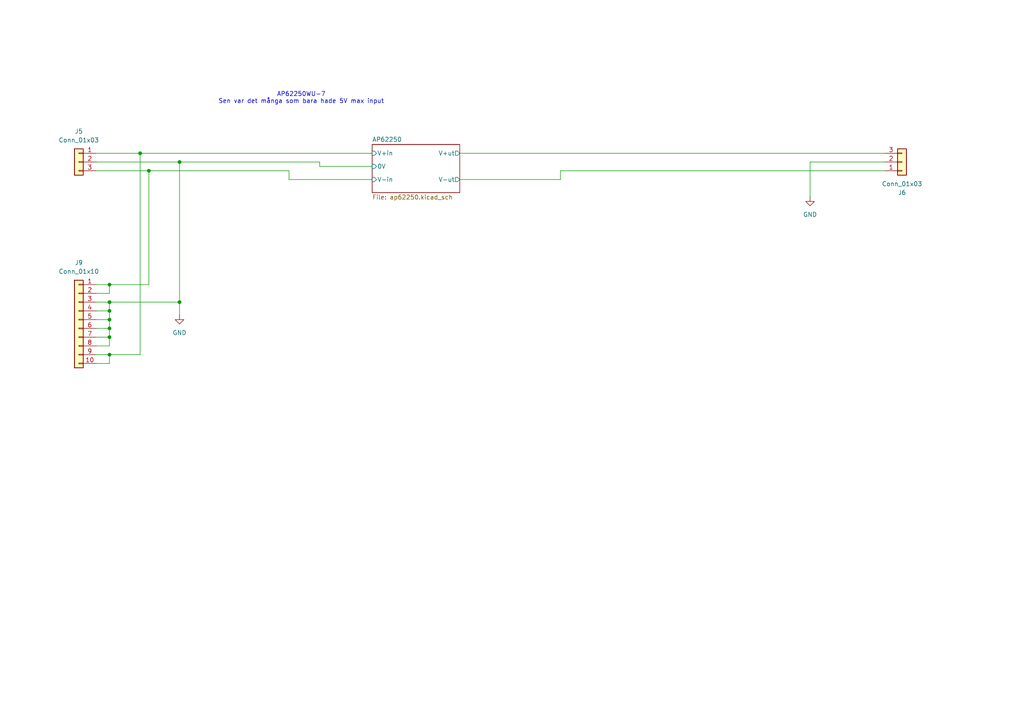
<source format=kicad_sch>
(kicad_sch (version 20231120) (generator "eeschema") (generator_version "8.0")
  (paper "A4")
  (lib_symbols
    (symbol "Connector_Generic:Conn_01x03" (pin_names (offset 1.016) hide)
      (property "Reference" "J" (at 0 5.08 0))
      (property "Value" "Conn_01x03" (at 0 -5.08 0))
      (symbol "Conn_01x03_1_1"
        (rectangle (start -1.27 -2.413) (end 0 -2.667) (stroke (width 0.1524)))
        (rectangle (start -1.27 0.127) (end 0 -0.127) (stroke (width 0.1524)))
        (rectangle (start -1.27 2.667) (end 0 2.413) (stroke (width 0.1524)))
        (rectangle (start -1.27 3.81) (end 1.27 -3.81) (stroke (width 0.254)) (fill (type background)))
        (pin passive line (at -5.08 2.54 0) (length 3.81) (name "Pin_1") (number "1"))
        (pin passive line (at -5.08 0 0) (length 3.81) (name "Pin_2") (number "2"))
        (pin passive line (at -5.08 -2.54 0) (length 3.81) (name "Pin_3") (number "3"))
      )
    )
    (symbol "Connector_Generic:Conn_01x10" (pin_names (offset 1.016) hide)
      (property "Reference" "J" (at 0 12.7 0))
      (property "Value" "Conn_01x10" (at 0 -15.24 0))
      (symbol "Conn_01x10_1_1"
        (rectangle (start -1.27 -12.573) (end 0 -12.827) (stroke (width 0.1524)))
        (rectangle (start -1.27 -10.033) (end 0 -10.287) (stroke (width 0.1524)))
        (rectangle (start -1.27 -7.493) (end 0 -7.747) (stroke (width 0.1524)))
        (rectangle (start -1.27 -4.953) (end 0 -5.207) (stroke (width 0.1524)))
        (rectangle (start -1.27 -2.413) (end 0 -2.667) (stroke (width 0.1524)))
        (rectangle (start -1.27 0.127) (end 0 -0.127) (stroke (width 0.1524)))
        (rectangle (start -1.27 2.667) (end 0 2.413) (stroke (width 0.1524)))
        (rectangle (start -1.27 5.207) (end 0 4.953) (stroke (width 0.1524)))
        (rectangle (start -1.27 7.747) (end 0 7.493) (stroke (width 0.1524)))
        (rectangle (start -1.27 10.287) (end 0 10.033) (stroke (width 0.1524)))
        (rectangle (start -1.27 11.43) (end 1.27 -13.97) (stroke (width 0.254)) (fill (type background)))
        (pin passive line (at -5.08 10.16 0) (length 3.81) (name "Pin_1") (number "1"))
        (pin passive line (at -5.08 -12.7 0) (length 3.81) (name "Pin_10") (number "10"))
        (pin passive line (at -5.08 7.62 0) (length 3.81) (name "Pin_2") (number "2"))
        (pin passive line (at -5.08 5.08 0) (length 3.81) (name "Pin_3") (number "3"))
        (pin passive line (at -5.08 2.54 0) (length 3.81) (name "Pin_4") (number "4"))
        (pin passive line (at -5.08 0 0) (length 3.81) (name "Pin_5") (number "5"))
        (pin passive line (at -5.08 -2.54 0) (length 3.81) (name "Pin_6") (number "6"))
        (pin passive line (at -5.08 -5.08 0) (length 3.81) (name "Pin_7") (number "7"))
        (pin passive line (at -5.08 -7.62 0) (length 3.81) (name "Pin_8") (number "8"))
        (pin passive line (at -5.08 -10.16 0) (length 3.81) (name "Pin_9") (number "9"))
      )
    )
    (symbol "power:GND" (power) (pin_numbers hide) (pin_names (offset 0) hide)
      (property "Value" "GND" (at 0 -3.81 0))
      (symbol "GND_0_1"
        (polyline (pts (xy 0 0) (xy 0 -1.27) (xy 1.27 -1.27) (xy 0 -2.54) (xy -1.27 -1.27) (xy 0 -1.27)))
      )
      (symbol "GND_1_1"
        (pin power_in line (at 0 0 270) (length 0) (name "~") (number "1"))
      )
    )
  )
  (junction (at 43.18 49.53))
  (junction (at 31.75 97.79))
  (junction (at 31.75 95.25))
  (junction (at 31.75 82.55))
  (junction (at 31.75 92.71))
  (junction (at 52.07 87.63))
  (junction (at 31.75 90.17))
  (junction (at 40.64 44.45))
  (junction (at 31.75 87.63))
  (junction (at 52.07 46.99))
  (junction (at 31.75 102.87))
  (wire (pts (xy 31.75 90.17) (xy 31.75 87.63)))
  (wire (pts (xy 31.75 97.79) (xy 31.75 95.25)))
  (wire (pts (xy 27.94 46.99) (xy 52.07 46.99)))
  (wire (pts (xy 31.75 102.87) (xy 40.64 102.87)))
  (wire (pts (xy 27.94 105.41) (xy 31.75 105.41)))
  (wire (pts (xy 52.07 87.63) (xy 52.07 91.44)))
  (wire (pts (xy 256.54 46.99) (xy 234.95 46.99)))
  (wire (pts (xy 31.75 87.63) (xy 52.07 87.63)))
  (wire (pts (xy 43.18 49.53) (xy 83.82 49.53)))
  (wire (pts (xy 92.71 48.26) (xy 107.95 48.26)))
  (wire (pts (xy 27.94 92.71) (xy 31.75 92.71)))
  (wire (pts (xy 52.07 46.99) (xy 52.07 87.63)))
  (wire (pts (xy 162.56 49.53) (xy 256.54 49.53)))
  (wire (pts (xy 43.18 82.55) (xy 43.18 49.53)))
  (wire (pts (xy 92.71 46.99) (xy 92.71 48.26)))
  (wire (pts (xy 162.56 52.07) (xy 133.35 52.07)))
  (wire (pts (xy 133.35 44.45) (xy 256.54 44.45)))
  (wire (pts (xy 27.94 90.17) (xy 31.75 90.17)))
  (wire (pts (xy 27.94 82.55) (xy 31.75 82.55)))
  (wire (pts (xy 234.95 46.99) (xy 234.95 57.15)))
  (wire (pts (xy 27.94 49.53) (xy 43.18 49.53)))
  (wire (pts (xy 27.94 100.33) (xy 31.75 100.33)))
  (wire (pts (xy 31.75 82.55) (xy 43.18 82.55)))
  (wire (pts (xy 27.94 44.45) (xy 40.64 44.45)))
  (wire (pts (xy 27.94 95.25) (xy 31.75 95.25)))
  (wire (pts (xy 31.75 102.87) (xy 31.75 105.41)))
  (wire (pts (xy 31.75 92.71) (xy 31.75 90.17)))
  (wire (pts (xy 52.07 46.99) (xy 92.71 46.99)))
  (wire (pts (xy 40.64 102.87) (xy 40.64 44.45)))
  (wire (pts (xy 27.94 97.79) (xy 31.75 97.79)))
  (wire (pts (xy 40.64 44.45) (xy 107.95 44.45)))
  (wire (pts (xy 83.82 49.53) (xy 83.82 52.07)))
  (wire (pts (xy 31.75 95.25) (xy 31.75 92.71)))
  (wire (pts (xy 162.56 49.53) (xy 162.56 52.07)))
  (wire (pts (xy 31.75 82.55) (xy 31.75 85.09)))
  (wire (pts (xy 27.94 102.87) (xy 31.75 102.87)))
  (wire (pts (xy 83.82 52.07) (xy 107.95 52.07)))
  (wire (pts (xy 31.75 100.33) (xy 31.75 97.79)))
  (wire (pts (xy 27.94 87.63) (xy 31.75 87.63)))
  (wire (pts (xy 27.94 85.09) (xy 31.75 85.09)))
  (text "AP62250WU-7\nSen var det många som bara hade 5V max input" (at 87.376 28.448 0) (effects (font (size 1.27 1.27))))
  (symbol (lib_id "Connector_Generic:Conn_01x03") (at 261.62 46.99 0) (mirror x) (unit 1)
    (property "Reference" "J6" (at 261.62 55.88 0))
    (property "Value" "Conn_01x03" (at 261.62 53.34 0))
    (property "Footprint" "Connector_Phoenix_MSTB:PhoenixContact_MSTBA_2,5_3-G_1x03_P5.00mm_Horizontal" (effects (hide yes)))
    (property "Description" "Generic connector, single row, 01x03, script generated (kicad-library-utils/schlib/autogen/connector/)" (effects (hide yes)))
  )
  (symbol (lib_id "Connector_Generic:Conn_01x03") (at 22.86 46.99 0) (mirror y) (unit 1)
    (property "Reference" "J5" (at 22.86 38.1 0))
    (property "Value" "Conn_01x03" (at 22.86 40.64 0))
    (property "Footprint" "Connector_Phoenix_MSTB:PhoenixContact_MSTBA_2,5_3-G_1x03_P5.00mm_Horizontal" (effects (hide yes)))
    (property "Description" "Generic connector, single row, 01x03, script generated (kicad-library-utils/schlib/autogen/connector/)" (effects (hide yes)))
  )
  (symbol (lib_id "Connector_Generic:Conn_01x10") (at 22.86 92.71 0) (mirror y) (unit 1)
    (property "Reference" "J9" (at 22.86 76.2 0))
    (property "Value" "Conn_01x10" (at 22.86 78.74 0))
    (property "Footprint" "Connector_IDC:IDC-Header_2x05_P2.54mm_Vertical" (effects (hide yes)))
    (property "Description" "Generic connector, single row, 01x10, script generated (kicad-library-utils/schlib/autogen/connector/)" (effects (hide yes)))
  )
  (symbol (lib_id "power:GND") (at 234.95 57.15 0) (unit 1)
    (property "Reference" "#PWR05" (effects (hide yes)))
    (property "Value" "GND" (at 234.95 62.23 0))
    (property "Description" "Power symbol creates a global label with name \"GND\" , ground" (effects (hide yes)))
  )
  (symbol (lib_id "power:GND") (at 52.07 91.44 0) (unit 1)
    (property "Reference" "#PWR02" (effects (hide yes)))
    (property "Value" "GND" (at 52.07 96.52 0))
    (property "Description" "Power symbol creates a global label with name \"GND\" , ground" (effects (hide yes)))
  )
  (sheet (at 107.95 41.91) (size 25.4 13.97) (stroke (width 0.1524))
    (property "Sheetname" "AP62250" (at 107.95 41.1984 0) (effects (justify left bottom)))
    (property "Sheetfile" "ap62250.kicad_sch" (at 107.95 56.4646 0) (effects (justify left top)))
    (pin "V+ut" output (at 133.35 44.45 0))
    (pin "V-in" input (at 107.95 52.07 180))
    (pin "V+in" input (at 107.95 44.45 180))
    (pin "V-ut" output (at 133.35 52.07 0))
    (pin "0V" input (at 107.95 48.26 180))
  )
)
</source>
